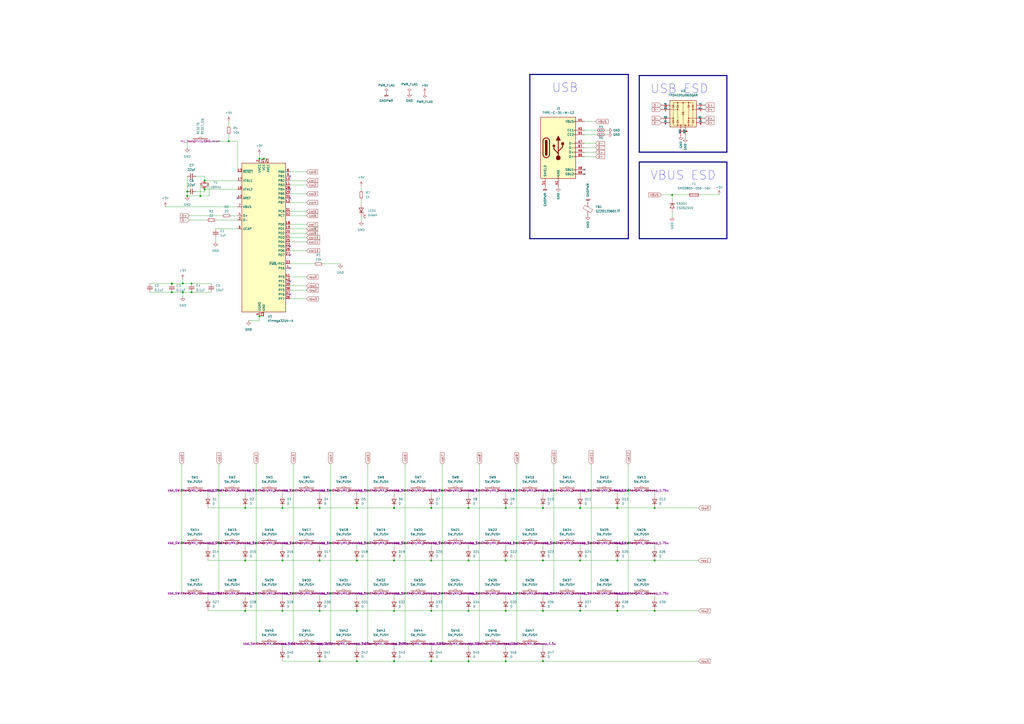
<source format=kicad_sch>
(kicad_sch (version 20231120) (generator "eeschema") (generator_version "8.0")
  (paper "A2")
  (title_block (title "Sherie") (date "2024-06-18") (rev "1.0") (company "https://www.fruity-floral.com/"))
  (junction (at 132.715 81.915))
  (junction (at 148.59 314.96))
  (junction (at 314.96 354.33))
  (junction (at 271.78 325.12))
  (junction (at 299.72 344.17))
  (junction (at 116.205 113.665))
  (junction (at 389.89 113.03))
  (junction (at 234.95 344.17))
  (junction (at 278.13 284.48))
  (junction (at 185.42 325.12))
  (junction (at 207.01 383.54))
  (junction (at 314.96 294.64))
  (junction (at 106.045 164.465))
  (junction (at 191.77 314.96))
  (junction (at 250.19 325.12))
  (junction (at 142.24 294.64))
  (junction (at 228.6 383.54))
  (junction (at 293.37 383.54))
  (junction (at 127 284.48))
  (junction (at 228.6 325.12))
  (junction (at 108.585 111.125))
  (junction (at 321.31 284.48))
  (junction (at 213.36 344.17))
  (junction (at 379.73 354.33))
  (junction (at 342.9 284.48))
  (junction (at 108.585 113.665))
  (junction (at 379.73 325.12))
  (junction (at 185.42 294.64))
  (junction (at 106.045 169.545))
  (junction (at 207.01 325.12))
  (junction (at 111.125 164.465))
  (junction (at 228.6 354.33))
  (junction (at 271.78 383.54))
  (junction (at 250.19 383.54))
  (junction (at 185.42 383.54))
  (junction (at 228.6 294.64))
  (junction (at 358.14 294.64))
  (junction (at 271.78 294.64))
  (junction (at 118.745 104.775))
  (junction (at 336.55 354.33))
  (junction (at 293.37 354.33))
  (junction (at 358.14 354.33))
  (junction (at 299.72 314.96))
  (junction (at 148.59 344.17))
  (junction (at 293.37 294.64))
  (junction (at 150.495 92.075))
  (junction (at 148.59 284.48))
  (junction (at 250.19 294.64))
  (junction (at 342.9 314.96))
  (junction (at 142.24 325.12))
  (junction (at 250.19 354.33))
  (junction (at 111.125 169.545))
  (junction (at 142.24 354.33))
  (junction (at 170.18 284.48))
  (junction (at 163.83 294.64))
  (junction (at 163.83 325.12))
  (junction (at 293.37 325.12))
  (junction (at 150.495 183.515))
  (junction (at 364.49 314.96))
  (junction (at 256.54 314.96))
  (junction (at 185.42 354.33))
  (junction (at 213.36 314.96))
  (junction (at 170.18 314.96))
  (junction (at 153.035 92.075))
  (junction (at 271.78 354.33))
  (junction (at 234.95 314.96))
  (junction (at 207.01 354.33))
  (junction (at 314.96 383.54))
  (junction (at 163.83 354.33))
  (junction (at 321.31 314.96))
  (junction (at 118.745 109.855))
  (junction (at 191.77 284.48))
  (junction (at 364.49 284.48))
  (junction (at 278.13 314.96))
  (junction (at 99.695 164.465))
  (junction (at 105.41 284.48))
  (junction (at 314.96 325.12))
  (junction (at 213.36 284.48))
  (junction (at 191.77 344.17))
  (junction (at 256.54 344.17))
  (junction (at 207.01 294.64))
  (junction (at 379.73 294.64))
  (junction (at 170.18 344.17))
  (junction (at 234.95 284.48))
  (junction (at 99.695 169.545))
  (junction (at 127 314.96))
  (junction (at 105.41 314.96))
  (junction (at 299.72 284.48))
  (junction (at 278.13 344.17))
  (junction (at 336.55 325.12))
  (junction (at 336.55 294.64))
  (junction (at 256.54 284.48))
  (junction (at 358.14 325.12))
  (no_connect (at 168.275 147.955))
  (no_connect (at 168.275 170.815))
  (no_connect (at 168.275 142.875))
  (no_connect (at 339.09 100.965))
  (no_connect (at 168.275 102.235))
  (no_connect (at 168.275 109.855))
  (no_connect (at 168.275 163.195))
  (no_connect (at 168.275 114.935))
  (no_connect (at 168.275 155.575))
  (no_connect (at 137.795 114.935))
  (no_connect (at 339.09 98.425))
  (wire (pts (xy 278.13 284.48) (xy 278.13 314.96)))
  (wire (pts (xy 336.55 346.71) (xy 336.55 344.17)))
  (wire (pts (xy 389.89 113.03) (xy 398.78 113.03)))
  (wire (pts (xy 125.095 132.715) (xy 137.795 132.715)))
  (wire (pts (xy 207.01 375.92) (xy 207.01 373.38)))
  (wire (pts (xy 250.19 354.33) (xy 271.78 354.33)))
  (wire (pts (xy 379.73 354.33) (xy 405.13 354.33)))
  (wire (pts (xy 278.13 269.24) (xy 278.13 284.48)))
  (wire (pts (xy 168.275 145.415) (xy 177.8 145.415)))
  (wire (pts (xy 168.275 117.475) (xy 177.8 117.475)))
  (wire (pts (xy 106.045 169.545) (xy 106.045 172.085)))
  (wire (pts (xy 250.19 325.12) (xy 271.78 325.12)))
  (wire (pts (xy 191.77 284.48) (xy 191.77 314.96)))
  (wire (pts (xy 142.24 325.12) (xy 163.83 325.12)))
  (wire (pts (xy 379.73 294.64) (xy 405.13 294.64)))
  (wire (pts (xy 163.83 375.92) (xy 163.83 373.38)))
  (wire (pts (xy 109.855 127.635) (xy 120.015 127.635)))
  (wire (pts (xy 150.495 89.535) (xy 150.495 92.075)))
  (wire (pts (xy 185.42 346.71) (xy 185.42 344.17)))
  (wire (pts (xy 250.19 294.64) (xy 271.78 294.64)))
  (wire (pts (xy 86.995 169.545) (xy 99.695 169.545)))
  (wire (pts (xy 108.585 102.235) (xy 108.585 111.125)))
  (wire (pts (xy 168.275 132.715) (xy 177.8 132.715)))
  (wire (pts (xy 228.6 317.5) (xy 228.6 314.96)))
  (wire (pts (xy 256.54 314.96) (xy 256.54 344.17)))
  (wire (pts (xy 111.125 169.545) (xy 122.555 169.545)))
  (wire (pts (xy 336.55 325.12) (xy 358.14 325.12)))
  (bus (pts (xy 307.34 43.18) (xy 364.49 43.18)) (stroke (width 0.635)))
  (wire (pts (xy 271.78 287.02) (xy 271.78 284.48)))
  (wire (pts (xy 364.49 269.24) (xy 364.49 284.48)))
  (wire (pts (xy 125.095 127.635) (xy 137.795 127.635)))
  (wire (pts (xy 118.745 111.125) (xy 118.745 109.855)))
  (wire (pts (xy 293.37 354.33) (xy 314.96 354.33)))
  (wire (pts (xy 228.6 346.71) (xy 228.6 344.17)))
  (wire (pts (xy 314.96 354.33) (xy 336.55 354.33)))
  (wire (pts (xy 271.78 294.64) (xy 293.37 294.64)))
  (bus (pts (xy 307.34 43.18) (xy 307.34 138.43)) (stroke (width 0.635)))
  (wire (pts (xy 209.55 115.57) (xy 209.55 118.11)))
  (wire (pts (xy 163.83 354.33) (xy 185.42 354.33)))
  (wire (pts (xy 339.09 75.565) (xy 346.075 75.565)))
  (wire (pts (xy 250.19 287.02) (xy 250.19 284.48)))
  (wire (pts (xy 358.14 294.64) (xy 379.73 294.64)))
  (wire (pts (xy 293.37 346.71) (xy 293.37 344.17)))
  (wire (pts (xy 293.37 317.5) (xy 293.37 314.96)))
  (wire (pts (xy 106.045 164.465) (xy 111.125 164.465)))
  (wire (pts (xy 168.275 125.095) (xy 177.8 125.095)))
  (wire (pts (xy 379.73 317.5) (xy 379.73 314.96)))
  (wire (pts (xy 163.83 294.64) (xy 185.42 294.64)))
  (wire (pts (xy 121.285 107.315) (xy 121.285 113.665)))
  (wire (pts (xy 163.83 325.12) (xy 185.42 325.12)))
  (wire (pts (xy 234.95 314.96) (xy 234.95 344.17)))
  (wire (pts (xy 125.095 137.795) (xy 125.095 140.335)))
  (wire (pts (xy 207.01 294.64) (xy 228.6 294.64)))
  (wire (pts (xy 127 269.24) (xy 127 284.48)))
  (wire (pts (xy 168.275 135.255) (xy 177.8 135.255)))
  (wire (pts (xy 339.09 70.485) (xy 345.44 70.485)))
  (wire (pts (xy 108.585 81.915) (xy 108.585 85.725)))
  (wire (pts (xy 168.275 153.035) (xy 182.245 153.035)))
  (wire (pts (xy 364.49 284.48) (xy 364.49 314.96)))
  (wire (pts (xy 116.205 113.665) (xy 108.585 113.665)))
  (wire (pts (xy 168.275 165.735) (xy 177.8 165.735)))
  (wire (pts (xy 314.96 346.71) (xy 314.96 344.17)))
  (wire (pts (xy 351.155 78.105) (xy 352.425 78.105)))
  (wire (pts (xy 185.42 325.12) (xy 207.01 325.12)))
  (wire (pts (xy 177.8 173.355) (xy 168.275 173.355)))
  (wire (pts (xy 314.96 294.64) (xy 336.55 294.64)))
  (wire (pts (xy 228.6 375.92) (xy 228.6 373.38)))
  (wire (pts (xy 397.51 78.74) (xy 397.51 80.01)))
  (wire (pts (xy 213.36 314.96) (xy 213.36 344.17)))
  (wire (pts (xy 113.665 102.235) (xy 118.745 102.235)))
  (wire (pts (xy 336.55 294.64) (xy 358.14 294.64)))
  (wire (pts (xy 358.14 325.12) (xy 379.73 325.12)))
  (wire (pts (xy 314.96 383.54) (xy 405.13 383.54)))
  (bus (pts (xy 364.49 43.18) (xy 364.49 138.43)) (stroke (width 0.635)))
  (wire (pts (xy 132.715 70.485) (xy 132.715 73.025)))
  (wire (pts (xy 339.09 88.265) (xy 345.44 88.265)))
  (wire (pts (xy 116.205 107.315) (xy 116.205 113.665)))
  (wire (pts (xy 271.78 317.5) (xy 271.78 314.96)))
  (wire (pts (xy 99.695 164.465) (xy 106.045 164.465)))
  (wire (pts (xy 153.035 92.075) (xy 155.575 92.075)))
  (wire (pts (xy 187.325 153.035) (xy 197.485 153.035)))
  (wire (pts (xy 271.78 325.12) (xy 293.37 325.12)))
  (wire (pts (xy 213.36 269.24) (xy 213.36 284.48)))
  (wire (pts (xy 150.495 183.515) (xy 153.035 183.515)))
  (wire (pts (xy 132.715 78.105) (xy 132.715 81.915)))
  (wire (pts (xy 278.13 344.17) (xy 278.13 373.38)))
  (wire (pts (xy 142.24 294.64) (xy 163.83 294.64)))
  (wire (pts (xy 118.745 102.235) (xy 118.745 104.775)))
  (wire (pts (xy 339.09 78.105) (xy 346.075 78.105)))
  (wire (pts (xy 207.01 287.02) (xy 207.01 284.48)))
  (wire (pts (xy 379.73 287.02) (xy 379.73 284.48)))
  (wire (pts (xy 389.89 125.73) (xy 389.89 123.19)))
  (wire (pts (xy 314.96 325.12) (xy 336.55 325.12)))
  (bus (pts (xy 307.34 138.43) (xy 364.49 138.43)) (stroke (width 0.635)))
  (wire (pts (xy 170.18 269.24) (xy 170.18 284.48)))
  (wire (pts (xy 168.275 122.555) (xy 177.8 122.555)))
  (wire (pts (xy 111.125 164.465) (xy 122.555 164.465)))
  (wire (pts (xy 271.78 383.54) (xy 293.37 383.54)))
  (wire (pts (xy 191.77 314.96) (xy 191.77 344.17)))
  (wire (pts (xy 278.13 314.96) (xy 278.13 344.17)))
  (wire (pts (xy 339.09 83.185) (xy 345.44 83.185)))
  (wire (pts (xy 271.78 375.92) (xy 271.78 373.38)))
  (wire (pts (xy 106.045 161.925) (xy 106.045 164.465)))
  (wire (pts (xy 163.83 383.54) (xy 185.42 383.54)))
  (bus (pts (xy 421.64 88.265) (xy 370.84 88.265)) (stroke (width 0.635)))
  (wire (pts (xy 213.36 284.48) (xy 213.36 314.96)))
  (wire (pts (xy 250.19 375.92) (xy 250.19 373.38)))
  (wire (pts (xy 168.275 107.315) (xy 177.8 107.315)))
  (wire (pts (xy 132.715 81.915) (xy 137.795 81.915)))
  (wire (pts (xy 342.9 269.24) (xy 342.9 284.48)))
  (wire (pts (xy 142.24 317.5) (xy 142.24 314.96)))
  (wire (pts (xy 271.78 346.71) (xy 271.78 344.17)))
  (wire (pts (xy 142.24 346.71) (xy 142.24 344.17)))
  (wire (pts (xy 185.42 317.5) (xy 185.42 314.96)))
  (bus (pts (xy 370.84 43.815) (xy 421.64 43.815)) (stroke (width 0.635)))
  (wire (pts (xy 150.495 92.075) (xy 153.035 92.075)))
  (wire (pts (xy 207.01 354.33) (xy 228.6 354.33)))
  (wire (pts (xy 148.59 284.48) (xy 148.59 314.96)))
  (wire (pts (xy 137.795 81.915) (xy 137.795 99.695)))
  (wire (pts (xy 106.045 169.545) (xy 111.125 169.545)))
  (wire (pts (xy 379.73 346.71) (xy 379.73 344.17)))
  (wire (pts (xy 339.09 85.725) (xy 345.44 85.725)))
  (wire (pts (xy 105.41 314.96) (xy 105.41 344.17)))
  (wire (pts (xy 170.18 284.48) (xy 170.18 314.96)))
  (wire (pts (xy 379.73 325.12) (xy 405.13 325.12)))
  (wire (pts (xy 342.9 314.96) (xy 342.9 344.17)))
  (wire (pts (xy 168.275 130.175) (xy 177.8 130.175)))
  (wire (pts (xy 321.31 284.48) (xy 321.31 314.96)))
  (wire (pts (xy 406.4 113.03) (xy 417.195 113.03)))
  (wire (pts (xy 168.275 140.335) (xy 177.8 140.335)))
  (wire (pts (xy 118.745 104.775) (xy 137.795 104.775)))
  (wire (pts (xy 234.95 284.48) (xy 234.95 314.96)))
  (wire (pts (xy 293.37 383.54) (xy 314.96 383.54)))
  (wire (pts (xy 191.77 269.24) (xy 191.77 284.48)))
  (wire (pts (xy 142.24 287.02) (xy 142.24 284.48)))
  (wire (pts (xy 228.6 287.02) (xy 228.6 284.48)))
  (wire (pts (xy 207.01 317.5) (xy 207.01 314.96)))
  (bus (pts (xy 421.64 43.815) (xy 421.64 88.265)) (stroke (width 0.635)))
  (wire (pts (xy 271.78 354.33) (xy 293.37 354.33)))
  (wire (pts (xy 168.275 99.695) (xy 177.8 99.695)))
  (wire (pts (xy 339.09 90.805) (xy 345.44 90.805)))
  (wire (pts (xy 207.01 325.12) (xy 228.6 325.12)))
  (wire (pts (xy 168.275 160.655) (xy 177.8 160.655)))
  (wire (pts (xy 120.65 354.33) (xy 142.24 354.33)))
  (wire (pts (xy 86.995 164.465) (xy 99.695 164.465)))
  (wire (pts (xy 351.155 75.565) (xy 352.425 75.565)))
  (wire (pts (xy 108.585 111.125) (xy 108.585 113.665)))
  (wire (pts (xy 383.54 113.03) (xy 389.89 113.03)))
  (wire (pts (xy 358.14 346.71) (xy 358.14 344.17)))
  (wire (pts (xy 234.95 269.24) (xy 234.95 284.48)))
  (wire (pts (xy 228.6 325.12) (xy 250.19 325.12)))
  (wire (pts (xy 185.42 383.54) (xy 207.01 383.54)))
  (wire (pts (xy 207.01 383.54) (xy 228.6 383.54)))
  (wire (pts (xy 293.37 375.92) (xy 293.37 373.38)))
  (wire (pts (xy 120.65 287.02) (xy 120.65 284.48)))
  (wire (pts (xy 228.6 294.64) (xy 250.19 294.64)))
  (wire (pts (xy 133.985 125.095) (xy 137.795 125.095)))
  (wire (pts (xy 209.55 125.73) (xy 209.55 128.27)))
  (wire (pts (xy 228.6 383.54) (xy 250.19 383.54)))
  (wire (pts (xy 293.37 325.12) (xy 314.96 325.12)))
  (bus (pts (xy 421.64 93.98) (xy 421.64 138.43)) (stroke (width 0.635)))
  (wire (pts (xy 168.275 112.395) (xy 177.8 112.395)))
  (wire (pts (xy 170.18 344.17) (xy 170.18 373.38)))
  (wire (pts (xy 113.665 111.125) (xy 118.745 111.125)))
  (wire (pts (xy 127 284.48) (xy 127 314.96)))
  (wire (pts (xy 105.41 284.48) (xy 105.41 314.96)))
  (wire (pts (xy 150.495 186.055) (xy 150.495 183.515)))
  (wire (pts (xy 191.77 344.17) (xy 191.77 373.38)))
  (wire (pts (xy 95.885 120.015) (xy 137.795 120.015)))
  (wire (pts (xy 185.42 294.64) (xy 207.01 294.64)))
  (wire (pts (xy 118.745 109.855) (xy 137.795 109.855)))
  (wire (pts (xy 170.18 314.96) (xy 170.18 344.17)))
  (wire (pts (xy 123.825 81.915) (xy 132.715 81.915)))
  (wire (pts (xy 336.55 354.33) (xy 358.14 354.33)))
  (wire (pts (xy 234.95 344.17) (xy 234.95 373.38)))
  (wire (pts (xy 358.14 317.5) (xy 358.14 314.96)))
  (wire (pts (xy 299.72 314.96) (xy 299.72 344.17)))
  (wire (pts (xy 120.65 325.12) (xy 142.24 325.12)))
  (wire (pts (xy 336.55 317.5) (xy 336.55 314.96)))
  (wire (pts (xy 314.96 317.5) (xy 314.96 314.96)))
  (wire (pts (xy 168.275 137.795) (xy 177.8 137.795)))
  (wire (pts (xy 358.14 287.02) (xy 358.14 284.48)))
  (wire (pts (xy 163.83 346.71) (xy 163.83 344.17)))
  (wire (pts (xy 389.89 115.57) (xy 389.89 113.03)))
  (wire (pts (xy 185.42 354.33) (xy 207.01 354.33)))
  (wire (pts (xy 109.855 125.095) (xy 128.905 125.095)))
  (wire (pts (xy 121.285 113.665) (xy 116.205 113.665)))
  (wire (pts (xy 148.59 314.96) (xy 148.59 344.17)))
  (wire (pts (xy 185.42 287.02) (xy 185.42 284.48)))
  (wire (pts (xy 185.42 375.92) (xy 185.42 373.38)))
  (wire (pts (xy 207.01 346.71) (xy 207.01 344.17)))
  (wire (pts (xy 148.59 269.24) (xy 148.59 284.48)))
  (wire (pts (xy 314.96 287.02) (xy 314.96 284.48)))
  (wire (pts (xy 256.54 269.24) (xy 256.54 284.48)))
  (wire (pts (xy 120.65 317.5) (xy 120.65 314.96)))
  (wire (pts (xy 144.145 186.055) (xy 150.495 186.055)))
  (wire (pts (xy 321.31 269.24) (xy 321.31 284.48)))
  (wire (pts (xy 358.14 354.33) (xy 379.73 354.33)))
  (wire (pts (xy 120.65 346.71) (xy 120.65 344.17)))
  (bus (pts (xy 421.64 138.43) (xy 370.84 138.43)) (stroke (width 0.635)))
  (wire (pts (xy 213.36 344.17) (xy 213.36 373.38)))
  (wire (pts (xy 293.37 287.02) (xy 293.37 284.48)))
  (wire (pts (xy 314.96 375.92) (xy 314.96 373.38)))
  (wire (pts (xy 168.275 104.775) (xy 177.8 104.775)))
  (wire (pts (xy 163.83 317.5) (xy 163.83 314.96)))
  (wire (pts (xy 299.72 284.48) (xy 299.72 314.96)))
  (wire (pts (xy 250.19 383.54) (xy 271.78 383.54)))
  (wire (pts (xy 105.41 269.24) (xy 105.41 284.48)))
  (wire (pts (xy 163.83 287.02) (xy 163.83 284.48)))
  (bus (pts (xy 370.84 93.98) (xy 421.64 93.98)) (stroke (width 0.635)))
  (wire (pts (xy 299.72 344.17) (xy 299.72 373.38)))
  (wire (pts (xy 293.37 294.64) (xy 314.96 294.64)))
  (wire (pts (xy 127 314.96) (xy 127 344.17)))
  (wire (pts (xy 250.19 317.5) (xy 250.19 314.96)))
  (wire (pts (xy 256.54 284.48) (xy 256.54 314.96)))
  (wire (pts (xy 250.19 346.71) (xy 250.19 344.17)))
  (wire (pts (xy 364.49 314.96) (xy 364.49 344.17)))
  (bus (pts (xy 370.84 43.815) (xy 370.84 88.265)) (stroke (width 0.635)))
  (wire (pts (xy 321.31 314.96) (xy 321.31 344.17)))
  (wire (pts (xy 256.54 344.17) (xy 256.54 373.38)))
  (wire (pts (xy 120.65 294.64) (xy 142.24 294.64)))
  (wire (pts (xy 342.9 284.48) (xy 342.9 314.96)))
  (wire (pts (xy 99.695 169.545) (xy 106.045 169.545)))
  (wire (pts (xy 168.275 168.275) (xy 177.8 168.275)))
  (wire (pts (xy 336.55 287.02) (xy 336.55 284.48)))
  (wire (pts (xy 228.6 354.33) (xy 250.19 354.33)))
  (wire (pts (xy 299.72 269.24) (xy 299.72 284.48)))
  (wire (pts (xy 209.55 107.95) (xy 209.55 110.49)))
  (wire (pts (xy 142.24 354.33) (xy 163.83 354.33)))
  (wire (pts (xy 148.59 344.17) (xy 148.59 373.38)))
  (bus (pts (xy 370.84 93.98) (xy 370.84 138.43)) (stroke (width 0.635)))
  (text "USB" (at 320.04 53.975 0) (effects (font (size 5.08 5.08)) (justify left bottom)))
  (text "USB ESD" (at 377.19 54.61 0) (effects (font (size 5.08 5.08)) (justify left bottom)))
  (text "VBUS ESD" (at 377.19 104.775 0) (effects (font (size 5.08 5.08)) (justify left bottom)))
  (global_label "col4" (shape input) (at 191.77 269.24 90) (property "Intersheetrefs" "${INTERSHEET_REFS}" (effects (hide yes))))
  (global_label "row0" (shape input) (at 177.8 160.655 0) (property "Intersheetrefs" "${INTERSHEET_REFS}" (effects (hide yes))))
  (global_label "col3" (shape input) (at 170.18 269.24 90) (property "Intersheetrefs" "${INTERSHEET_REFS}" (effects (hide yes))))
  (global_label "col7" (shape input) (at 177.8 130.175 0) (property "Intersheetrefs" "${INTERSHEET_REFS}" (effects (hide yes))))
  (global_label "D+" (shape input) (at 345.44 90.805 0) (property "Intersheetrefs" "${INTERSHEET_REFS}" (effects (hide yes))))
  (global_label "col8" (shape input) (at 278.13 269.24 90) (property "Intersheetrefs" "${INTERSHEET_REFS}" (effects (hide yes))))
  (global_label "D+" (shape input) (at 408.94 63.5 0) (property "Intersheetrefs" "${INTERSHEET_REFS}" (effects (hide yes))))
  (global_label "row0" (shape input) (at 405.13 294.64 0) (property "Intersheetrefs" "${INTERSHEET_REFS}" (effects (hide yes))))
  (global_label "D-" (shape input) (at 345.44 85.725 0) (property "Intersheetrefs" "${INTERSHEET_REFS}" (effects (hide yes))))
  (global_label "D+" (shape input) (at 408.94 68.58 0) (property "Intersheetrefs" "${INTERSHEET_REFS}" (effects (hide yes))))
  (global_label "col10" (shape input) (at 177.8 137.795 0) (property "Intersheetrefs" "${INTERSHEET_REFS}" (effects (hide yes))))
  (global_label "col12" (shape input) (at 177.8 145.415 0) (property "Intersheetrefs" "${INTERSHEET_REFS}" (effects (hide yes))))
  (global_label "col11" (shape input) (at 177.8 140.335 0) (property "Intersheetrefs" "${INTERSHEET_REFS}" (effects (hide yes))))
  (global_label "row3" (shape input) (at 177.8 173.355 0) (property "Intersheetrefs" "${INTERSHEET_REFS}" (effects (hide yes))))
  (global_label "col8" (shape input) (at 177.8 132.715 0) (property "Intersheetrefs" "${INTERSHEET_REFS}" (effects (hide yes))))
  (global_label "col6" (shape input) (at 234.95 269.24 90) (property "Intersheetrefs" "${INTERSHEET_REFS}" (effects (hide yes))))
  (global_label "col9" (shape input) (at 299.72 269.24 90) (property "Intersheetrefs" "${INTERSHEET_REFS}" (effects (hide yes))))
  (global_label "D-" (shape input) (at 383.54 68.58 180) (property "Intersheetrefs" "${INTERSHEET_REFS}" (effects (hide yes))))
  (global_label "VBUS" (shape input) (at 345.44 70.485 0) (property "Intersheetrefs" "${INTERSHEET_REFS}" (effects (hide yes))))
  (global_label "col1" (shape input) (at 177.8 104.775 0) (property "Intersheetrefs" "${INTERSHEET_REFS}" (effects (hide yes))))
  (global_label "row2" (shape input) (at 405.13 354.33 0) (property "Intersheetrefs" "${INTERSHEET_REFS}" (effects (hide yes))))
  (global_label "row2" (shape input) (at 177.8 168.275 0) (property "Intersheetrefs" "${INTERSHEET_REFS}" (effects (hide yes))))
  (global_label "col12" (shape input) (at 364.49 269.24 90) (property "Intersheetrefs" "${INTERSHEET_REFS}" (effects (hide yes))))
  (global_label "col7" (shape input) (at 256.54 269.24 90) (property "Intersheetrefs" "${INTERSHEET_REFS}" (effects (hide yes))))
  (global_label "col6" (shape input) (at 177.8 125.095 0) (property "Intersheetrefs" "${INTERSHEET_REFS}" (effects (hide yes))))
  (global_label "D+" (shape input) (at 109.855 125.095 180) (property "Intersheetrefs" "${INTERSHEET_REFS}" (effects (hide yes))))
  (global_label "D+" (shape input) (at 408.94 60.96 0) (property "Intersheetrefs" "${INTERSHEET_REFS}" (effects (hide yes))))
  (global_label "D-" (shape input) (at 383.54 71.12 180) (property "Intersheetrefs" "${INTERSHEET_REFS}" (effects (hide yes))))
  (global_label "col5" (shape input) (at 213.36 269.24 90) (property "Intersheetrefs" "${INTERSHEET_REFS}" (effects (hide yes))))
  (global_label "col2" (shape input) (at 148.59 269.24 90) (property "Intersheetrefs" "${INTERSHEET_REFS}" (effects (hide yes))))
  (global_label "D-" (shape input) (at 383.54 60.96 180) (property "Intersheetrefs" "${INTERSHEET_REFS}" (effects (hide yes))))
  (global_label "col10" (shape input) (at 321.31 269.24 90) (property "Intersheetrefs" "${INTERSHEET_REFS}" (effects (hide yes))))
  (global_label "col9" (shape input) (at 177.8 135.255 0) (property "Intersheetrefs" "${INTERSHEET_REFS}" (effects (hide yes))))
  (global_label "col5" (shape input) (at 177.8 122.555 0) (property "Intersheetrefs" "${INTERSHEET_REFS}" (effects (hide yes))))
  (global_label "D-" (shape input) (at 345.44 83.185 0) (property "Intersheetrefs" "${INTERSHEET_REFS}" (effects (hide yes))))
  (global_label "row3" (shape input) (at 405.13 383.54 0) (property "Intersheetrefs" "${INTERSHEET_REFS}" (effects (hide yes))))
  (global_label "col2" (shape input) (at 177.8 107.315 0) (property "Intersheetrefs" "${INTERSHEET_REFS}" (effects (hide yes))))
  (global_label "D-" (shape input) (at 383.54 63.5 180) (property "Intersheetrefs" "${INTERSHEET_REFS}" (effects (hide yes))))
  (global_label "col11" (shape input) (at 342.9 269.24 90) (property "Intersheetrefs" "${INTERSHEET_REFS}" (effects (hide yes))))
  (global_label "col4" (shape input) (at 177.8 117.475 0) (property "Intersheetrefs" "${INTERSHEET_REFS}" (effects (hide yes))))
  (global_label "D-" (shape input) (at 109.855 127.635 180) (property "Intersheetrefs" "${INTERSHEET_REFS}" (effects (hide yes))))
  (global_label "row1" (shape input) (at 405.13 325.12 0) (property "Intersheetrefs" "${INTERSHEET_REFS}" (effects (hide yes))))
  (global_label "col3" (shape input) (at 177.8 112.395 0) (property "Intersheetrefs" "${INTERSHEET_REFS}" (effects (hide yes))))
  (global_label "col0" (shape input) (at 105.41 269.24 90) (property "Intersheetrefs" "${INTERSHEET_REFS}" (effects (hide yes))))
  (global_label "col0" (shape input) (at 177.8 99.695 0) (property "Intersheetrefs" "${INTERSHEET_REFS}" (effects (hide yes))))
  (global_label "col1" (shape input) (at 127 269.24 90) (property "Intersheetrefs" "${INTERSHEET_REFS}" (effects (hide yes))))
  (global_label "D+" (shape input) (at 345.44 88.265 0) (property "Intersheetrefs" "${INTERSHEET_REFS}" (effects (hide yes))))
  (global_label "row1" (shape input) (at 177.8 165.735 0) (property "Intersheetrefs" "${INTERSHEET_REFS}" (effects (hide yes))))
  (global_label "VBUS" (shape input) (at 383.54 113.03 180) (property "Intersheetrefs" "${INTERSHEET_REFS}" (effects (hide yes))))
  (global_label "D+" (shape input) (at 408.94 71.12 0) (property "Intersheetrefs" "${INTERSHEET_REFS}" (effects (hide yes))))
  (symbol (lib_id "kbd:SW_PUSH") (at 116.205 81.915 0) (unit 1)
    (property "Reference" "RESET0" (at 114.9349 78.105 90) (effects (justify left)))
    (property "Value" "RESET_SW" (at 117.4749 78.105 90) (effects (justify left)))
    (property "Footprint" "my_footprints:SMD_reset" (at 116.205 81.915 0))
  )
  (symbol (lib_id "kbd:SW_PUSH") (at 264.16 344.17 0) (unit 1)
    (property "Reference" "SW34" (at 264.16 336.55 0))
    (property "Value" "SW_PUSH" (at 264.16 339.09 0))
    (property "Footprint" "kbd_SW:CherryMX_Hotswap_1u" (at 264.16 344.17 0))
  )
  (symbol (lib_id "Device:D") (at 163.83 350.52 90) (unit 1)
    (property "Reference" "D29" (at 166.37 349.2499 90) (effects (justify right)))
    (property "Value" "D" (at 166.37 351.7899 90) (effects (justify right)))
    (property "Footprint" "kbd_Parts:Diode_TH_SMD_without_holes" (effects (hide yes)))
    (property "Description" "Diode" (effects (hide yes)))
    (property "Sim.Device" "D" (effects (hide yes)))
    (property "Sim.Pins" "1=K 2=A" (effects (hide yes)))
  )
  (symbol (lib_id "Device:D") (at 207.01 290.83 90) (unit 1)
    (property "Reference" "D5" (at 209.55 289.5599 90) (effects (justify right)))
    (property "Value" "D" (at 209.55 292.0999 90) (effects (justify right)))
    (property "Footprint" "kbd_Parts:Diode_TH_SMD_without_holes" (effects (hide yes)))
    (property "Description" "Diode" (effects (hide yes)))
    (property "Sim.Device" "D" (effects (hide yes)))
    (property "Sim.Pins" "1=K 2=A" (effects (hide yes)))
  )
  (symbol (lib_id "kbd:SW_PUSH") (at 156.21 373.38 0) (unit 1)
    (property "Reference" "SW40" (at 156.21 365.76 0))
    (property "Value" "SW_PUSH" (at 156.21 368.3 0))
    (property "Footprint" "kbd_SW:CherryMX_Hotswap_1.5u" (at 156.21 373.38 0))
  )
  (symbol (lib_id "Device:R_Small") (at 209.55 113.03 0) (unit 1)
    (property "Reference" "R7" (at 212.09 111.7599 0) (effects (justify left)))
    (property "Value" "1k" (at 212.09 114.2999 0) (effects (justify left)))
    (property "Footprint" "Resistor_SMD:R_0805_2012Metric" (effects (hide yes)))
    (property "Description" "Resistor, small symbol" (effects (hide yes)))
  )
  (symbol (lib_id "kbd:SW_PUSH") (at 177.8 314.96 0) (unit 1)
    (property "Reference" "SW17" (at 177.8 307.34 0))
    (property "Value" "SW_PUSH" (at 177.8 309.88 0))
    (property "Footprint" "kbd_SW:CherryMX_Hotswap_1u" (at 177.8 314.96 0))
  )
  (symbol (lib_id "Device:D") (at 336.55 290.83 90) (unit 1)
    (property "Reference" "D11" (at 339.09 289.5599 90) (effects (justify right)))
    (property "Value" "D" (at 339.09 292.0999 90) (effects (justify right)))
    (property "Footprint" "kbd_Parts:Diode_TH_SMD_without_holes" (effects (hide yes)))
    (property "Description" "Diode" (effects (hide yes)))
    (property "Sim.Device" "D" (effects (hide yes)))
    (property "Sim.Pins" "1=K 2=A" (effects (hide yes)))
  )
  (symbol (lib_id "power:+5V") (at 246.38 53.975 0) (unit 1)
    (property "Reference" "#PWR021" (effects (hide yes)))
    (property "Value" "+5V" (at 246.38 49.53 0))
    (property "Description" "Power symbol creates a global label with name \"+5V\"" (effects (hide yes)))
  )
  (symbol (lib_id "Device:D") (at 271.78 379.73 90) (unit 1)
    (property "Reference" "D45" (at 274.32 378.4599 90) (effects (justify right)))
    (property "Value" "D" (at 274.32 380.9999 90) (effects (justify right)))
    (property "Footprint" "kbd_Parts:Diode_TH_SMD_without_holes" (effects (hide yes)))
    (property "Description" "Diode" (effects (hide yes)))
    (property "Sim.Device" "D" (effects (hide yes)))
    (property "Sim.Pins" "1=K 2=A" (effects (hide yes)))
  )
  (symbol (lib_id "Device:Crystal_GND24_Small") (at 118.745 107.315 270) (unit 1)
    (property "Reference" "Y1" (at 125.095 106.045 90))
    (property "Value" "16MHz" (at 125.095 108.585 90))
    (property "Footprint" "Crystal:Crystal_SMD_3225-4Pin_3.2x2.5mm" (effects (hide yes)))
    (property "Description" "Four pin crystal, GND on pins 2 and 4, small symbol" (effects (hide yes)))
  )
  (symbol (lib_id "Device:C_Small") (at 122.555 167.005 0) (unit 1)
    (property "Reference" "C5" (at 125.095 165.7412 0) (effects (justify left)))
    (property "Value" "10uF" (at 125.095 168.2812 0) (effects (justify left)))
    (property "Footprint" "Capacitor_SMD:C_0805_2012Metric" (effects (hide yes)))
    (property "Description" "Unpolarized capacitor, small symbol" (effects (hide yes)))
  )
  (symbol (lib_id "Device:D") (at 207.01 350.52 90) (unit 1)
    (property "Reference" "D31" (at 209.55 349.2499 90) (effects (justify right)))
    (property "Value" "D" (at 209.55 351.7899 90) (effects (justify right)))
    (property "Footprint" "kbd_Parts:Diode_TH_SMD_without_holes" (effects (hide yes)))
    (property "Description" "Diode" (effects (hide yes)))
    (property "Sim.Device" "D" (effects (hide yes)))
    (property "Sim.Pins" "1=K 2=A" (effects (hide yes)))
  )
  (symbol (lib_id "Connector:USB_C_Receptacle_USB2.0") (at 323.85 85.725 0) (unit 1)
    (property "Reference" "J1" (at 323.85 62.865 0))
    (property "Value" "TYPE-C-31-M-12" (at 323.85 65.405 0))
    (property "Footprint" "locallib:HRO-TYPE-C-31-M-12-Assembly" (effects (hide yes)))
    (property "Datasheet" "https://www.usb.org/sites/default/files/documents/usb_type-c.zip" (effects (hide yes)))
    (property "Manufacturer" "Koren Hroparts" (effects (hide yes)))
    (property "Manufacturer Part Number" "TYPE-C-31-M-12" (effects (hide yes)))
    (property "LCSC Part Number" "C165948" (effects (hide yes)))
  )
  (symbol (lib_id "Device:D") (at 271.78 350.52 90) (unit 1)
    (property "Reference" "D34" (at 274.32 349.2499 90) (effects (justify right)))
    (property "Value" "D" (at 274.32 351.7899 90) (effects (justify right)))
    (property "Footprint" "kbd_Parts:Diode_TH_SMD_without_holes" (effects (hide yes)))
    (property "Description" "Diode" (effects (hide yes)))
    (property "Sim.Device" "D" (effects (hide yes)))
    (property "Sim.Pins" "1=K 2=A" (effects (hide yes)))
  )
  (symbol (lib_id "kbd:SW_PUSH") (at 264.16 373.38 0) (unit 1)
    (property "Reference" "SW45" (at 264.16 365.76 0))
    (property "Value" "SW_PUSH" (at 264.16 368.3 0))
    (property "Footprint" "kbd_SW:CherryMX_Hotswap_1.5u" (at 264.16 373.38 0))
  )
  (symbol (lib_id "acheron_Symbols:TPD4E05U06DQAR") (at 396.24 66.04 0) (unit 1)
    (property "Reference" "U2" (at 396.24 52.705 0))
    (property "Value" "TPD4E05U06DQAR" (at 396.24 55.245 0))
    (property "Footprint" "acheron_Components:USON-10_2.5x1.0mm_P0.5mm" (effects (hide yes)))
    (property "Manufacturer" "MSKSEMI" (effects (hide yes)))
    (property "Package" "uSON-10" (effects (hide yes)))
    (property "Manufacturer Part Number" "TPD4E05U06DQAR" (effects (hide yes)))
    (property "LCSC Part Number" "C2836386" (effects (hide yes)))
  )
  (symbol (lib_id "Device:D") (at 293.37 379.73 90) (unit 1)
    (property "Reference" "D46" (at 295.91 378.4599 90) (effects (justify right)))
    (property "Value" "D" (at 295.91 380.9999 90) (effects (justify right)))
    (property "Footprint" "kbd_Parts:Diode_TH_SMD_without_holes" (effects (hide yes)))
    (property "Description" "Diode" (effects (hide yes)))
    (property "Sim.Device" "D" (effects (hide yes)))
    (property "Sim.Pins" "1=K 2=A" (effects (hide yes)))
  )
  (symbol (lib_id "kbd:SW_PUSH") (at 220.98 344.17 0) (unit 1)
    (property "Reference" "SW32" (at 220.98 336.55 0))
    (property "Value" "SW_PUSH" (at 220.98 339.09 0))
    (property "Footprint" "kbd_SW:CherryMX_Hotswap_1u" (at 220.98 344.17 0))
  )
  (symbol (lib_id "power:GNDPWR") (at 316.23 108.585 0) (unit 1)
    (property "Reference" "#PWR011" (effects (hide yes)))
    (property "Value" "GNDPWR" (at 316.23 111.76 90) (effects (justify right)))
  )
  (symbol (lib_id "Device:LED") (at 209.55 121.92 90) (unit 1)
    (property "Reference" "LED1" (at 213.36 122.2374 90) (effects (justify right)))
    (property "Value" "Green" (at 213.36 124.7774 90) (effects (justify right)))
    (property "Footprint" "my_footprints:LED0805-RD_GREEN" (effects (hide yes)))
    (property "Description" "Light emitting diode" (effects (hide yes)))
  )
  (symbol (lib_id "kbd:SW_PUSH") (at 199.39 314.96 0) (unit 1)
    (property "Reference" "SW18" (at 199.39 307.34 0))
    (property "Value" "SW_PUSH" (at 199.39 309.88 0))
    (property "Footprint" "kbd_SW:CherryMX_Hotswap_1u" (at 199.39 314.96 0))
  )
  (symbol (lib_id "power:PWR_FLAG") (at 224.155 53.975 0) (unit 1)
    (property "Reference" "#FLG03" (effects (hide yes)))
    (property "Value" "PWR_FLAG" (at 224.155 49.53 0))
    (property "Description" "Special symbol for telling ERC where power comes from" (effects (hide yes)))
  )
  (symbol (lib_id "Device:D") (at 163.83 379.73 90) (unit 1)
    (property "Reference" "D40" (at 166.37 378.4599 90) (effects (justify right)))
    (property "Value" "D" (at 166.37 380.9999 90) (effects (justify right)))
    (property "Footprint" "kbd_Parts:Diode_TH_SMD_without_holes" (effects (hide yes)))
    (property "Description" "Diode" (effects (hide yes)))
    (property "Sim.Device" "D" (effects (hide yes)))
    (property "Sim.Pins" "1=K 2=A" (effects (hide yes)))
  )
  (symbol (lib_id "power:GND") (at 108.585 85.725 0) (unit 1)
    (property "Reference" "#PWR09" (effects (hide yes)))
    (property "Value" "GND" (at 108.585 90.805 0))
    (property "Description" "Power symbol creates a global label with name \"GND\" , ground" (effects (hide yes)))
  )
  (symbol (lib_id "kbd:SW_PUSH") (at 242.57 284.48 0) (unit 1)
    (property "Reference" "SW7" (at 242.57 276.86 0))
    (property "Value" "SW_PUSH" (at 242.57 279.4 0))
    (property "Footprint" "kbd_SW:CherryMX_Hotswap_1u" (at 242.57 284.48 0))
  )
  (symbol (lib_id "power:PWR_FLAG") (at 246.38 53.975 180) (unit 1)
    (property "Reference" "#FLG02" (effects (hide yes)))
    (property "Value" "PWR_FLAG" (at 246.38 59.055 0))
    (property "Description" "Special symbol for telling ERC where power comes from" (effects (hide yes)))
  )
  (symbol (lib_id "power:GND") (at 125.095 140.335 0) (unit 1)
    (property "Reference" "#PWR04" (effects (hide yes)))
    (property "Value" "GND" (at 125.095 145.415 0))
    (property "Description" "Power symbol creates a global label with name \"GND\" , ground" (effects (hide yes)))
  )
  (symbol (lib_id "kbd:SW_PUSH") (at 199.39 344.17 0) (unit 1)
    (property "Reference" "SW31" (at 199.39 336.55 0))
    (property "Value" "SW_PUSH" (at 199.39 339.09 0))
    (property "Footprint" "kbd_SW:CherryMX_Hotswap_1u" (at 199.39 344.17 0))
  )
  (symbol (lib_id "kbd:SW_PUSH") (at 372.11 314.96 0) (unit 1)
    (property "Reference" "SW26" (at 372.11 307.34 0))
    (property "Value" "SW_PUSH" (at 372.11 309.88 0))
    (property "Footprint" "kbd_SW:CherryMX_Hotswap_1.75u" (at 372.11 314.96 0))
  )
  (symbol (lib_id "kbd:SW_PUSH") (at 242.57 344.17 0) (unit 1)
    (property "Reference" "SW33" (at 242.57 336.55 0))
    (property "Value" "SW_PUSH" (at 242.57 339.09 0))
    (property "Footprint" "kbd_SW:CherryMX_Hotswap_1u" (at 242.57 344.17 0))
  )
  (symbol (lib_id "kbd:SW_PUSH") (at 307.34 344.17 0) (unit 1)
    (property "Reference" "SW36" (at 307.34 336.55 0))
    (property "Value" "SW_PUSH" (at 307.34 339.09 0))
    (property "Footprint" "kbd_SW:CherryMX_Hotswap_1u" (at 307.34 344.17 0))
  )
  (symbol (lib_id "kbd:SW_PUSH") (at 199.39 373.38 0) (unit 1)
    (property "Reference" "SW42" (at 199.39 365.76 0))
    (property "Value" "SW_PUSH" (at 199.39 368.3 0))
    (property "Footprint" "kbd_SW:CherryMX_Hotswap_1.25u" (at 199.39 373.38 0))
  )
  (symbol (lib_id "power:GND") (at 108.585 113.665 0) (unit 1)
    (property "Reference" "#PWR08" (effects (hide yes)))
    (property "Value" "GND" (at 108.585 118.745 0))
    (property "Description" "Power symbol creates a global label with name \"GND\" , ground" (effects (hide yes)))
  )
  (symbol (lib_id "Device:D") (at 250.19 350.52 90) (unit 1)
    (property "Reference" "D33" (at 252.73 349.2499 90) (effects (justify right)))
    (property "Value" "D" (at 252.73 351.7899 90) (effects (justify right)))
    (property "Footprint" "kbd_Parts:Diode_TH_SMD_without_holes" (effects (hide yes)))
    (property "Description" "Diode" (effects (hide yes)))
    (property "Sim.Device" "D" (effects (hide yes)))
    (property "Sim.Pins" "1=K 2=A" (effects (hide yes)))
  )
  (symbol (lib_id "power:GND") (at 389.89 125.73 0) (unit 1)
    (property "Reference" "#PWR019" (effects (hide yes)))
    (property "Value" "GND" (at 389.89 128.905 90) (effects (justify right)))
  )
  (symbol (lib_id "kbd:SW_PUSH") (at 134.62 314.96 0) (unit 1)
    (property "Reference" "SW15" (at 134.62 307.34 0))
    (property "Value" "SW_PUSH" (at 134.62 309.88 0))
    (property "Footprint" "kbd_SW:CherryMX_Hotswap_1u" (at 134.62 314.96 0))
  )
  (symbol (lib_id "Device:D") (at 336.55 350.52 90) (unit 1)
    (property "Reference" "D37" (at 339.09 349.2499 90) (effects (justify right)))
    (property "Value" "D" (at 339.09 351.7899 90) (effects (justify right)))
    (property "Footprint" "kbd_Parts:Diode_TH_SMD_without_holes" (effects (hide yes)))
    (property "Description" "Diode" (effects (hide yes)))
    (property "Sim.Device" "D" (effects (hide yes)))
    (property "Sim.Pins" "1=K 2=A" (effects (hide yes)))
  )
  (symbol (lib_id "power:+5V") (at 106.045 161.925 0) (unit 1)
    (property "Reference" "#PWR05" (effects (hide yes)))
    (property "Value" "+5V" (at 106.045 156.845 0))
    (property "Description" "Power symbol creates a global label with name \"+5V\"" (effects (hide yes)))
  )
  (symbol (lib_id "Device:D") (at 228.6 379.73 90) (unit 1)
    (property "Reference" "D43" (at 231.14 378.4599 90) (effects (justify right)))
    (property "Value" "D" (at 231.14 380.9999 90) (effects (justify right)))
    (property "Footprint" "kbd_Parts:Diode_TH_SMD_without_holes" (effects (hide yes)))
    (property "Description" "Diode" (effects (hide yes)))
    (property "Sim.Device" "D" (effects (hide yes)))
    (property "Sim.Pins" "1=K 2=A" (effects (hide yes)))
  )
  (symbol (lib_id "Device:D") (at 142.24 321.31 90) (unit 1)
    (property "Reference" "D15" (at 144.78 320.0399 90) (effects (justify right)))
    (property "Value" "D" (at 144.78 322.5799 90) (effects (justify right)))
    (property "Footprint" "kbd_Parts:Diode_TH_SMD_without_holes" (effects (hide yes)))
    (property "Description" "Diode" (effects (hide yes)))
    (property "Sim.Device" "D" (effects (hide yes)))
    (property "Sim.Pins" "1=K 2=A" (effects (hide yes)))
  )
  (symbol (lib_id "Device:C_Small") (at 125.095 135.255 0) (unit 1)
    (property "Reference" "C1" (at 127.635 133.9912 0) (effects (justify left)))
    (property "Value" "1uF" (at 127.635 136.5312 0) (effects (justify left)))
    (property "Footprint" "Capacitor_SMD:C_0805_2012Metric" (effects (hide yes)))
    (property "Description" "Unpolarized capacitor, small symbol" (effects (hide yes)))
  )
  (symbol (lib_id "Device:D") (at 314.96 379.73 90) (unit 1)
    (property "Reference" "D47" (at 317.5 378.4599 90) (effects (justify right)))
    (property "Value" "D" (at 317.5 380.9999 90) (effects (justify right)))
    (property "Footprint" "kbd_Parts:Diode_TH_SMD_without_holes" (effects (hide yes)))
    (property "Description" "Diode" (effects (hide yes)))
    (property "Sim.Device" "D" (effects (hide yes)))
    (property "Sim.Pins" "1=K 2=A" (effects (hide yes)))
  )
  (symbol (lib_id "kbd:SW_PUSH") (at 350.52 284.48 0) (unit 1)
    (property "Reference" "SW12" (at 350.52 276.86 0))
    (property "Value" "SW_PUSH" (at 350.52 279.4 0))
    (property "Footprint" "kbd_SW:CherryMX_Hotswap_1u" (at 350.52 284.48 0))
  )
  (symbol (lib_id "Device:D") (at 314.96 350.52 90) (unit 1)
    (property "Reference" "D36" (at 317.5 349.2499 90) (effects (justify right)))
    (property "Value" "D" (at 317.5 351.7899 90) (effects (justify right)))
    (property "Footprint" "kbd_Parts:Diode_TH_SMD_without_holes" (effects (hide yes)))
    (property "Description" "Diode" (effects (hide yes)))
    (property "Sim.Device" "D" (effects (hide yes)))
    (property "Sim.Pins" "1=K 2=A" (effects (hide yes)))
  )
  (symbol (lib_id "kbd:SW_PUSH") (at 285.75 344.17 0) (unit 1)
    (property "Reference" "SW35" (at 285.75 336.55 0))
    (property "Value" "SW_PUSH" (at 285.75 339.09 0))
    (property "Footprint" "kbd_SW:CherryMX_Hotswap_1u" (at 285.75 344.17 0))
  )
  (symbol (lib_id "power:+5V") (at 95.885 120.015 0) (unit 1)
    (property "Reference" "#PWR07" (effects (hide yes)))
    (property "Value" "+5V" (at 95.885 114.935 0))
    (property "Description" "Power symbol creates a global label with name \"+5V\"" (effects (hide yes)))
  )
  (symbol (lib_id "power:GND") (at 144.145 186.055 0) (unit 1)
    (property "Reference" "#PWR02" (effects (hide yes)))
    (property "Value" "GND" (at 144.145 191.135 0))
    (property "Description" "Power symbol creates a global label with name \"GND\" , ground" (effects (hide yes)))
  )
  (symbol (lib_id "power:GND") (at 197.485 153.035 0) (unit 1)
    (property "Reference" "#PWR03" (effects (hide yes)))
    (property "Value" "GND" (at 197.485 158.115 0))
    (property "Description" "Power symbol creates a global label with name \"GND\" , ground" (effects (hide yes)))
  )
  (symbol (lib_id "Device:D") (at 185.42 321.31 90) (unit 1)
    (property "Reference" "D17" (at 187.96 320.0399 90) (effects (justify right)))
    (property "Value" "D" (at 187.96 322.5799 90) (effects (justify right)))
    (property "Footprint" "kbd_Parts:Diode_TH_SMD_without_holes" (effects (hide yes)))
    (property "Description" "Diode" (effects (hide yes)))
    (property "Sim.Device" "D" (effects (hide yes)))
    (property "Sim.Pins" "1=K 2=A" (effects (hide yes)))
  )
  (symbol (lib_id "Device:D") (at 120.65 350.52 90) (unit 1)
    (property "Reference" "D27" (at 123.19 349.2499 90) (effects (justify right)))
    (property "Value" "D" (at 123.19 351.7899 90) (effects (justify right)))
    (property "Footprint" "kbd_Parts:Diode_TH_SMD_without_holes" (effects (hide yes)))
    (property "Description" "Diode" (effects (hide yes)))
    (property "Sim.Device" "D" (effects (hide yes)))
    (property "Sim.Pins" "1=K 2=A" (effects (hide yes)))
  )
  (symbol (lib_id "Device:D") (at 271.78 321.31 90) (unit 1)
    (property "Reference" "D21" (at 274.32 320.0399 90) (effects (justify right)))
    (property "Value" "D" (at 274.32 322.5799 90) (effects (justify right)))
    (property "Footprint" "kbd_Parts:Diode_TH_SMD_without_holes" (effects (hide yes)))
    (property "Description" "Diode" (effects (hide yes)))
    (property "Sim.Device" "D" (effects (hide yes)))
    (property "Sim.Pins" "1=K 2=A" (effects (hide yes)))
  )
  (symbol (lib_id "Device:Fuse") (at 402.59 113.03 90) (unit 1)
    (property "Reference" "F1" (at 402.59 106.68 90))
    (property "Value" "SMD0805-050-16V" (at 402.59 109.22 90))
    (property "Footprint" "Fuse:Fuse_1206_3216Metric" (effects (hide yes)))
    (property "Manufacturer" "TECHFUSE" (effects (hide yes)))
    (property "Manufacturer Part Number" "SMD0805-050-16V" (effects (hide yes)))
    (property "LCSC Part Number" "C2833485" (effects (hide yes)))
    (property "Package" "F0805" (effects (hide yes)))
  )
  (symbol (lib_id "Device:C_Small") (at 111.125 111.125 90) (unit 1)
    (property "Reference" "C6" (at 111.1313 104.775 90))
    (property "Value" "22pF" (at 111.1313 107.315 90))
    (property "Footprint" "Capacitor_SMD:C_0805_2012Metric" (effects (hide yes)))
    (property "Description" "Unpolarized capacitor, small symbol" (effects (hide yes)))
  )
  (symbol (lib_id "power:GND") (at 237.49 53.975 0) (unit 1)
    (property "Reference" "#PWR022" (effects (hide yes)))
    (property "Value" "GND" (at 237.49 58.42 0))
    (property "Description" "Power symbol creates a global label with name \"GND\" , ground" (effects (hide yes)))
  )
  (symbol (lib_id "Device:C_Small") (at 86.995 167.005 0) (unit 1)
    (property "Reference" "C2" (at 89.535 165.7412 0) (effects (justify left)))
    (property "Value" "0.1uF" (at 89.535 168.2812 0) (effects (justify left)))
    (property "Footprint" "Capacitor_SMD:C_0805_2012Metric" (effects (hide yes)))
    (property "Description" "Unpolarized capacitor, small symbol" (effects (hide yes)))
  )
  (symbol (lib_id "Device:D") (at 163.83 290.83 90) (unit 1)
    (property "Reference" "D3" (at 166.37 289.5599 90) (effects (justify right)))
    (property "Value" "D" (at 166.37 292.0999 90) (effects (justify right)))
    (property "Footprint" "kbd_Parts:Diode_TH_SMD_without_holes" (effects (hide yes)))
    (property "Description" "Diode" (effects (hide yes)))
    (property "Sim.Device" "D" (effects (hide yes)))
    (property "Sim.Pins" "1=K 2=A" (effects (hide yes)))
  )
  (symbol (lib_id "Device:D") (at 379.73 350.52 90) (unit 1)
    (property "Reference" "D39" (at 382.27 349.2499 90) (effects (justify right)))
    (property "Value" "D" (effects (hide yes)))
    (property "Footprint" "kbd_Parts:Diode_TH_SMD_without_holes" (effects (hide yes)))
    (property "Description" "Diode" (effects (hide yes)))
    (property "Sim.Device" "D" (effects (hide yes)))
    (property "Sim.Pins" "1=K 2=A" (effects (hide yes)))
  )
  (symbol (lib_id "power:GND") (at 352.425 78.105 90) (unit 1)
    (property "Reference" "#PWR016" (effects (hide yes)))
    (property "Value" "GND" (at 355.6 78.105 90) (effects (justify right)))
  )
  (symbol (lib_id "power:GND") (at 352.425 75.565 90) (unit 1)
    (property "Reference" "#PWR015" (effects (hide yes)))
    (property "Value" "GND" (at 355.6 75.565 90) (effects (justify right)))
  )
  (symbol (lib_id "Device:D") (at 142.24 350.52 90) (unit 1)
    (property "Reference" "D28" (at 144.78 349.2499 90) (effects (justify right)))
    (property "Value" "D" (at 144.78 351.7899 90) (effects (justify right)))
    (property "Footprint" "kbd_Parts:Diode_TH_SMD_without_holes" (effects (hide yes)))
    (property "Description" "Diode" (effects (hide yes)))
    (property "Sim.Device" "D" (effects (hide yes)))
    (property "Sim.Pins" "1=K 2=A" (effects (hide yes)))
  )
  (symbol (lib_id "kbd:SW_PUSH") (at 307.34 314.96 0) (unit 1)
    (property "Reference" "SW23" (at 307.34 307.34 0))
    (property "Value" "SW_PUSH" (at 307.34 309.88 0))
    (property "Footprint" "kbd_SW:CherryMX_Hotswap_1u" (at 307.34 314.96 0))
  )
  (symbol (lib_id "kbd:SW_PUSH") (at 134.62 344.17 0) (unit 1)
    (property "Reference" "SW28" (at 134.62 336.55 0))
    (property "Value" "SW_PUSH" (at 134.62 339.09 0))
    (property "Footprint" "kbd_SW:CherryMX_Hotswap_1u" (at 134.62 344.17 0))
  )
  (symbol (lib_id "kbd:SW_PUSH") (at 307.34 284.48 0) (unit 1)
    (property "Reference" "SW10" (at 307.34 276.86 0))
    (property "Value" "SW_PUSH" (at 307.34 279.4 0))
    (property "Footprint" "kbd_SW:CherryMX_Hotswap_1u" (at 307.34 284.48 0))
  )
  (symbol (lib_id "kbd:SW_PUSH") (at 285.75 373.38 0) (unit 1)
    (property "Reference" "SW46" (at 285.75 365.76 0))
    (property "Value" "SW_PUSH" (at 285.75 368.3 0))
    (property "Footprint" "kbd_SW:CherryMX_Hotswap_1u" (at 285.75 373.38 0))
  )
  (symbol (lib_id "kbd:SW_PUSH") (at 113.03 284.48 0) (unit 1)
    (property "Reference" "SW1" (at 113.03 276.86 0))
    (property "Value" "SW_PUSH" (at 113.03 279.4 0))
    (property "Footprint" "kbd_SW:CherryMX_Hotswap_1.75u" (at 113.03 284.48 0))
  )
  (symbol (lib_id "power:GND") (at 394.97 78.74 0) (unit 1)
    (property "Reference" "#PWR017" (effects (hide yes)))
    (property "Value" "GND" (at 394.97 81.915 90) (effects (justify right)))
  )
  (symbol (lib_id "Device:D") (at 185.42 290.83 90) (unit 1)
    (property "Reference" "D4" (at 187.96 289.5599 90) (effects (justify right)))
    (property "Value" "D" (at 187.96 292.0999 90) (effects (justify right)))
    (property "Footprint" "kbd_Parts:Diode_TH_SMD_without_holes" (effects (hide yes)))
    (property "Description" "Diode" (effects (hide yes)))
    (property "Sim.Device" "D" (effects (hide yes)))
    (property "Sim.Pins" "1=K 2=A" (effects (hide yes)))
  )
  (symbol (lib_id "Device:D") (at 271.78 290.83 90) (unit 1)
    (property "Reference" "D8" (at 274.32 289.5599 90) (effects (justify right)))
    (property "Value" "D" (at 274.32 292.0999 90) (effects (justify right)))
    (property "Footprint" "kbd_Parts:Diode_TH_SMD_without_holes" (effects (hide yes)))
    (property "Description" "Diode" (effects (hide yes)))
    (property "Sim.Device" "D" (effects (hide yes)))
    (property "Sim.Pins" "1=K 2=A" (effects (hide yes)))
  )
  (symbol (lib_id "Device:D") (at 120.65 290.83 90) (unit 1)
    (property "Reference" "D1" (at 123.19 289.5599 90) (effects (justify right)))
    (property "Value" "D" (at 123.19 292.0999 90) (effects (justify right)))
    (property "Footprint" "kbd_Parts:Diode_TH_SMD_without_holes" (effects (hide yes)))
    (property "Description" "Diode" (effects (hide yes)))
    (property "Sim.Device" "D" (effects (hide yes)))
    (property "Sim.Pins" "1=K 2=A" (effects (hide yes)))
  )
  (symbol (lib_id "kbd:SW_PUSH") (at 156.21 284.48 0) (unit 1)
    (property "Reference" "SW3" (at 156.21 276.86 0))
    (property "Value" "SW_PUSH" (at 156.21 279.4 0))
    (property "Footprint" "kbd_SW:CherryMX_Hotswap_1u" (at 156.21 284.48 0))
  )
  (symbol (lib_id "kbd:SW_PUSH") (at 177.8 344.17 0) (unit 1)
    (property "Reference" "SW30" (at 177.8 336.55 0))
    (property "Value" "SW_PUSH" (at 177.8 339.09 0))
    (property "Footprint" "kbd_SW:CherryMX_Hotswap_1u" (at 177.8 344.17 0))
  )
  (symbol (lib_id "Device:D") (at 379.73 290.83 90) (unit 1)
    (property "Reference" "D13" (at 382.27 289.5599 90) (effects (justify right)))
    (property "Value" "D" (at 382.27 292.0999 90) (effects (justify right)))
    (property "Footprint" "kbd_Parts:Diode_TH_SMD_without_holes" (effects (hide yes)))
    (property "Description" "Diode" (effects (hide yes)))
    (property "Sim.Device" "D" (effects (hide yes)))
    (property "Sim.Pins" "1=K 2=A" (effects (hide yes)))
  )
  (symbol (lib_id "Device:R_Small") (at 132.715 75.565 0) (unit 1)
    (property "Reference" "R4" (at 135.255 74.2949 0) (effects (justify left)))
    (property "Value" "10k" (at 135.255 76.8349 0) (effects (justify left)))
    (property "Footprint" "Resistor_SMD:R_0805_2012Metric" (effects (hide yes)))
    (property "Description" "Resistor, small symbol" (effects (hide yes)))
  )
  (symbol (lib_id "Device:D") (at 250.19 321.31 90) (unit 1)
    (property "Reference" "D20" (at 252.73 320.0399 90) (effects (justify right)))
    (property "Value" "D" (at 252.73 322.5799 90) (effects (justify right)))
    (property "Footprint" "kbd_Parts:Diode_TH_SMD_without_holes" (effects (hide yes)))
    (property "Description" "Diode" (effects (hide yes)))
    (property "Sim.Device" "D" (effects (hide yes)))
    (property "Sim.Pins" "1=K 2=A" (effects (hide yes)))
  )
  (symbol (lib_id "Device:D") (at 207.01 321.31 90) (unit 1)
    (property "Reference" "D18" (at 209.55 320.0399 90) (effects (justify right)))
    (property "Value" "D" (at 209.55 322.5799 90) (effects (justify right)))
    (property "Footprint" "kbd_Parts:Diode_TH_SMD_without_holes" (effects (hide yes)))
    (property "Description" "Diode" (effects (hide yes)))
    (property "Sim.Device" "D" (effects (hide yes)))
    (property "Sim.Pins" "1=K 2=A" (effects (hide yes)))
  )
  (symbol (lib_id "Device:C_Small") (at 111.125 167.005 0) (unit 1)
    (property "Reference" "C4" (at 113.665 165.7412 0) (effects (justify left)))
    (property "Value" "0.1uF" (at 113.665 168.2812 0) (effects (justify left)))
    (property "Footprint" "Capacitor_SMD:C_0805_2012Metric" (effects (hide yes)))
    (property "Description" "Unpolarized capacitor, small symbol" (effects (hide yes)))
  )
  (symbol (lib_id "Device:D") (at 358.14 290.83 90) (unit 1)
    (property "Reference" "D12" (at 360.68 289.5599 90) (effects (justify right)))
    (property "Value" "D" (at 360.68 292.0999 90) (effects (justify right)))
    (property "Footprint" "kbd_Parts:Diode_TH_SMD_without_holes" (effects (hide yes)))
    (property "Description" "Diode" (effects (hide yes)))
    (property "Sim.Device" "D" (effects (hide yes)))
    (property "Sim.Pins" "1=K 2=A" (effects (hide yes)))
  )
  (symbol (lib_id "Device:D") (at 228.6 350.52 90) (unit 1)
    (property "Reference" "D32" (at 231.14 349.2499 90) (effects (justify right)))
    (property "Value" "D" (at 231.14 351.7899 90) (effects (justify right)))
    (property "Footprint" "kbd_Parts:Diode_TH_SMD_without_holes" (effects (hide yes)))
    (property "Description" "Diode" (effects (hide yes)))
    (property "Sim.Device" "D" (effects (hide yes)))
    (property "Sim.Pins" "1=K 2=A" (effects (hide yes)))
  )
  (symbol (lib_id "kbd:SW_PUSH") (at 199.39 284.48 0) (unit 1)
    (property "Reference" "SW5" (at 199.39 276.86 0))
    (property "Value" "SW_PUSH" (at 199.39 279.4 0))
    (property "Footprint" "kbd_SW:CherryMX_Hotswap_1u" (at 199.39 284.48 0))
  )
  (symbol (lib_id "kbd:SW_PUSH") (at 242.57 373.38 0) (unit 1)
    (property "Reference" "SW44" (at 242.57 365.76 0))
    (property "Value" "SW_PUSH" (at 242.57 368.3 0))
    (property "Footprint" "kbd_SW:CherryMX_Hotswap_1.25u" (at 242.57 373.38 0))
  )
  (symbol (lib_id "kbd:SW_PUSH") (at 156.21 314.96 0) (unit 1)
    (property "Reference" "SW16" (at 156.21 307.34 0))
    (property "Value" "SW_PUSH" (at 156.21 309.88 0))
    (property "Footprint" "kbd_SW:CherryMX_Hotswap_1u" (at 156.21 314.96 0))
  )
  (symbol (lib_id "kbd:SW_PUSH") (at 242.57 314.96 0) (unit 1)
    (property "Reference" "SW20" (at 242.57 307.34 0))
    (property "Value" "SW_PUSH" (at 242.57 309.88 0))
    (property "Footprint" "kbd_SW:CherryMX_Hotswap_1u" (at 242.57 314.96 0))
  )
  (symbol (lib_id "power:GND") (at 106.045 172.085 0) (unit 1)
    (property "Reference" "#PWR06" (effects (hide yes)))
    (property "Value" "GND" (at 106.045 177.165 0))
    (property "Description" "Power symbol creates a global label with name \"GND\" , ground" (effects (hide yes)))
  )
  (symbol (lib_name "GNDPWR_1") (lib_id "power:GNDPWR") (at 224.155 53.975 0) (unit 1)
    (property "Reference" "#PWR023" (effects (hide yes)))
    (property "Value" "GNDPWR" (at 224.028 58.42 0))
    (property "Description" "Power symbol creates a global label with name \"GNDPWR\" , global ground" (effects (hide yes)))
  )
  (symbol (lib_id "Device:D") (at 228.6 290.83 90) (unit 1)
    (property "Reference" "D6" (at 231.14 289.5599 90) (effects (justify right)))
    (property "Value" "D" (at 231.14 292.0999 90) (effects (justify right)))
    (property "Footprint" "kbd_Parts:Diode_TH_SMD_without_holes" (effects (hide yes)))
    (property "Description" "Diode" (effects (hide yes)))
    (property "Sim.Device" "D" (effects (hide yes)))
    (property "Sim.Pins" "1=K 2=A" (effects (hide yes)))
  )
  (symbol (lib_id "Device:R_Small") (at 131.445 125.095 90) (unit 1)
    (property "Reference" "R2" (at 131.445 120.015 90))
    (property "Value" "22" (at 131.445 122.555 90))
    (property "Footprint" "Resistor_SMD:R_0805_2012Metric" (effects (hide yes)))
    (property "Description" "Resistor, small symbol" (effects (hide yes)))
  )
  (symbol (lib_id "Diode:SMF6V0A") (at 389.89 119.38 270) (unit 1)
    (property "Reference" "ESDD1" (at 392.43 118.1099 90) (effects (justify left)))
    (property "Value" "ESD5Z5V0" (at 392.43 120.6499 90) (effects (justify left)))
    (property "Footprint" "Diode_SMD:D_SOD-523" (effects (hide yes)))
    (property "Datasheet" "https://www.vishay.com/doc?85881" (effects (hide yes)))
    (property "Manufacturer" "MDD" (effects (hide yes)))
    (property "Manufacturer Part Number" "ESD5Z5V0" (effects (hide yes)))
    (property "LCSC Part Number" "C502546" (effects (hide yes)))
    (property "Package" "SOD-523" (effects (hide yes)))
  )
  (symbol (lib_id "Device:D") (at 379.73 321.31 90) (unit 1)
    (property "Reference" "D26" (at 382.27 320.0399 90) (effects (justify right)))
    (property "Value" "D" (at 382.27 322.5799 90) (effects (justify right)))
    (property "Footprint" "kbd_Parts:Diode_TH_SMD_without_holes" (effects (hide yes)))
    (property "Description" "Diode" (effects (hide yes)))
    (property "Sim.Device" "D" (effects (hide yes)))
    (property "Sim.Pins" "1=K 2=A" (effects (hide yes)))
  )
  (symbol (lib_id "kbd:SW_PUSH") (at 350.52 344.17 0) (unit 1)
    (property "Reference" "SW38" (at 350.52 336.55 0))
    (property "Value" "SW_PUSH" (at 350.52 339.09 0))
    (property "Footprint" "kbd_SW:CherryMX_Hotswap_1u" (at 350.52 344.17 0))
  )
  (symbol (lib_id "kbd:SW_PUSH") (at 134.62 284.48 0) (unit 1)
    (property "Reference" "SW2" (at 134.62 276.86 0))
    (property "Value" "SW_PUSH" (at 134.62 279.4 0))
    (property "Footprint" "kbd_SW:CherryMX_Hotswap_1u" (at 134.62 284.48 0))
  )
  (symbol (lib_id "Device:D") (at 163.83 321.31 90) (unit 1)
    (property "Reference" "D16" (at 166.37 320.0399 90) (effects (justify right)))
    (property "Value" "D" (at 166.37 322.5799 90) (effects (justify right)))
    (property "Footprint" "kbd_Parts:Diode_TH_SMD_without_holes" (effects (hide yes)))
    (property "Description" "Diode" (effects (hide yes)))
    (property "Sim.Device" "D" (effects (hide yes)))
    (property "Sim.Pins" "1=K 2=A" (effects (hide yes)))
  )
  (symbol (lib_id "power:GND") (at 209.55 128.27 0) (unit 1)
    (property "Reference" "#PWR025" (effects (hide yes)))
    (property "Value" "GND" (at 209.55 133.35 0))
    (property "Description" "Power symbol creates a global label with name \"GND\" , ground" (effects (hide yes)))
  )
  (symbol (lib_id "power:+5V") (at 150.495 89.535 0) (unit 1)
    (property "Reference" "#PWR01" (effects (hide yes)))
    (property "Value" "+5V" (at 150.495 84.455 0))
    (property "Description" "Power symbol creates a global label with name \"+5V\"" (effects (hide yes)))
  )
  (symbol (lib_id "kbd:SW_PUSH") (at 113.03 314.96 0) (unit 1)
    (property "Reference" "SW14" (at 113.03 307.34 0))
    (property "Value" "SW_PUSH" (at 113.03 309.88 0))
    (property "Footprint" "kbd_SW:CherryMX_Hotswap_1.75u" (at 113.03 314.96 0))
  )
  (symbol (lib_id "kbd:SW_PUSH") (at 285.75 314.96 0) (unit 1)
    (property "Reference" "SW22" (at 285.75 307.34 0))
    (property "Value" "SW_PUSH" (at 285.75 309.88 0))
    (property "Footprint" "kbd_SW:CherryMX_Hotswap_1u" (at 285.75 314.96 0))
  )
  (symbol (lib_id "Device:D") (at 293.37 350.52 90) (unit 1)
    (property "Reference" "D35" (at 295.91 349.2499 90) (effects (justify right)))
    (property "Value" "D" (at 295.91 351.7899 90) (effects (justify right)))
    (property "Footprint" "kbd_Parts:Diode_TH_SMD_without_holes" (effects (hide yes)))
    (property "Description" "Diode" (effects (hide yes)))
    (property "Sim.Device" "D" (effects (hide yes)))
    (property "Sim.Pins" "1=K 2=A" (effects (hide yes)))
  )
  (symbol (lib_id "kbd:SW_PUSH") (at 113.03 344.17 0) (unit 1)
    (property "Reference" "SW27" (at 113.03 336.55 0))
    (property "Value" "SW_PUSH" (at 113.03 339.09 0))
    (property "Footprint" "kbd_SW:CherryMX_Hotswap_1.75u" (at 113.03 344.17 0))
  )
  (symbol (lib_id "Device:D") (at 293.37 321.31 90) (unit 1)
    (property "Reference" "D22" (at 295.91 320.0399 90) (effects (justify right)))
    (property "Value" "D" (at 295.91 322.5799 90) (effects (justify right)))
    (property "Footprint" "kbd_Parts:Diode_TH_SMD_without_holes" (effects (hide yes)))
    (property "Description" "Diode" (effects (hide yes)))
    (property "Sim.Device" "D" (effects (hide yes)))
    (property "Sim.Pins" "1=K 2=A" (effects (hide yes)))
  )
  (symbol (lib_id "Device:D") (at 358.14 350.52 90) (unit 1)
    (property "Reference" "D38" (at 360.68 349.2499 90) (effects (justify right)))
    (property "Value" "D" (at 360.68 351.7899 90) (effects (justify right)))
    (property "Footprint" "kbd_Parts:Diode_TH_SMD_without_holes" (effects (hide yes)))
    (property "Description" "Diode" (effects (hide yes)))
    (property "Sim.Device" "D" (effects (hide yes)))
    (property "Sim.Pins" "1=K 2=A" (effects (hide yes)))
  )
  (symbol (lib_id "Device:D") (at 185.42 350.52 90) (unit 1)
    (property "Reference" "D30" (at 187.96 349.2499 90) (effects (justify right)))
    (property "Value" "D" (at 187.96 351.7899 90) (effects (justify right)))
    (property "Footprint" "kbd_Parts:Diode_TH_SMD_without_holes" (effects (hide yes)))
    (property "Description" "Diode" (effects (hide yes)))
    (property "Sim.Device" "D" (effects (hide yes)))
    (property "Sim.Pins" "1=K 2=A" (effects (hide yes)))
  )
  (symbol (lib_id "power:GND") (at 397.51 80.01 0) (unit 1)
    (property "Reference" "#PWR018" (effects (hide yes)))
    (property "Value" "GND" (at 397.51 83.185 90) (effects (justify right)))
  )
  (symbol (lib_id "kbd:SW_PUSH") (at 328.93 284.48 0) (unit 1)
    (property "Reference" "SW11" (at 328.93 276.86 0))
    (property "Value" "SW_PUSH" (at 328.93 279.4 0))
    (property "Footprint" "kbd_SW:CherryMX_Hotswap_1u" (at 328.93 284.48 0))
  )
  (symbol (lib_id "power:PWR_FLAG") (at 237.49 53.975 0) (unit 1)
    (property "Reference" "#FLG01" (effects (hide yes)))
    (property "Value" "PWR_FLAG" (at 237.49 48.895 0))
    (property "Description" "Special symbol for telling ERC where power comes from" (effects (hide yes)))
  )
  (symbol (lib_id "power:+5V") (at 209.55 107.95 0) (unit 1)
    (property "Reference" "#PWR024" (effects (hide yes)))
    (property "Value" "+5V" (at 209.55 102.87 0))
    (property "Description" "Power symbol creates a global label with name \"+5V\"" (effects (hide yes)))
  )
  (symbol (lib_id "kbd:SW_PUSH") (at 350.52 314.96 0) (unit 1)
    (property "Reference" "SW25" (at 350.52 307.34 0))
    (property "Value" "SW_PUSH" (at 350.52 309.88 0))
    (property "Footprint" "kbd_SW:CherryMX_Hotswap_1u" (at 350.52 314.96 0))
  )
  (symbol (lib_id "Device:D") (at 250.19 379.73 90) (unit 1)
    (property "Reference" "D44" (at 252.73 378.4599 90) (effects (justify right)))
    (property "Value" "D" (at 252.73 380.9999 90) (effects (justify right)))
    (property "Footprint" "kbd_Parts:Diode_TH_SMD_without_holes" (effects (hide yes)))
    (property "Description" "Diode" (effects (hide yes)))
    (property "Sim.Device" "D" (effects (hide yes)))
    (property "Sim.Pins" "1=K 2=A" (effects (hide yes)))
  )
  (symbol (lib_id "kbd:SW_PUSH") (at 264.16 284.48 0) (unit 1)
    (property "Reference" "SW8" (at 264.16 276.86 0))
    (property "Value" "SW_PUSH" (at 264.16 279.4 0))
    (property "Footprint" "kbd_SW:CherryMX_Hotswap_1u" (at 264.16 284.48 0))
  )
  (symbol (lib_id "kbd:SW_PUSH") (at 307.34 373.38 0) (unit 1)
    (property "Reference" "SW47" (at 307.34 365.76 0))
    (property "Value" "SW_PUSH" (at 307.34 368.3 0))
    (property "Footprint" "kbd_SW:CherryMX_Hotswap_1.5u" (at 307.34 373.38 0))
  )
  (symbol (lib_id "kbd:SW_PUSH") (at 220.98 284.48 0) (unit 1)
    (property "Reference" "SW6" (at 220.98 276.86 0))
    (property "Value" "SW_PUSH" (at 220.98 279.4 0))
    (property "Footprint" "kbd_SW:CherryMX_Hotswap_1u" (at 220.98 284.48 0))
  )
  (symbol (lib_id "kbd:SW_PUSH") (at 328.93 344.17 0) (unit 1)
    (property "Reference" "SW37" (at 328.93 336.55 0))
    (property "Value" "SW_PUSH" (at 328.93 339.09 0))
    (property "Footprint" "kbd_SW:CherryMX_Hotswap_1u" (at 328.93 344.17 0))
  )
  (symbol (lib_id "kbd:SW_PUSH") (at 177.8 373.38 0) (unit 1)
    (property "Reference" "SW41" (at 177.8 365.76 0))
    (property "Value" "SW_PUSH" (at 177.8 368.3 0))
    (property "Footprint" "kbd_SW:CherryMX_Hotswap_1.5u" (at 177.8 373.38 0))
  )
  (symbol (lib_id "Device:D") (at 207.01 379.73 90) (unit 1)
    (property "Reference" "D42" (at 209.55 378.4599 90) (effects (justify right)))
    (property "Value" "D" (at 209.55 380.9999 90) (effects (justify right)))
    (property "Footprint" "kbd_Parts:Diode_TH_SMD_without_holes" (effects (hide yes)))
    (property "Description" "Diode" (effects (hide yes)))
    (property "Sim.Device" "D" (effects (hide yes)))
    (property "Sim.Pins" "1=K 2=A" (effects (hide yes)))
  )
  (symbol (lib_id "power:GNDPWR") (at 340.995 117.475 180) (unit 1)
    (property "Reference" "#PWR013" (effects (hide yes)))
    (property "Value" "GNDPWR" (at 340.995 114.3 90) (effects (justify right)))
  )
  (symbol (lib_id "Device:R_Small") (at 348.615 75.565 270) (unit 1)
    (property "Reference" "R5" (at 348.615 73.66 90))
    (property "Value" "5.1k" (at 348.615 75.565 90) (effects (font (size 0.762 0.762))))
    (property "Footprint" "Resistor_SMD:R_0805_2012Metric" (effects (hide yes)))
  )
  (symbol (lib_id "Device:R_Small") (at 122.555 127.635 90) (unit 1)
    (property "Reference" "R3" (at 122.555 122.555 90))
    (property "Value" "22" (at 122.555 125.095 90))
    (property "Footprint" "Resistor_SMD:R_0805_2012Metric" (effects (hide yes)))
    (property "Description" "Resistor, small symbol" (effects (hide yes)))
  )
  (symbol (lib_id "kbd:SW_PUSH") (at 285.75 284.48 0) (unit 1)
    (property "Reference" "SW9" (at 285.75 276.86 0))
    (property "Value" "SW_PUSH" (at 285.75 279.4 0))
    (property "Footprint" "kbd_SW:CherryMX_Hotswap_1u" (at 285.75 284.48 0))
  )
  (symbol (lib_id "power:+5V") (at 132.715 70.485 0) (unit 1)
    (property "Reference" "#PWR010" (effects (hide yes)))
    (property "Value" "+5V" (at 132.715 65.405 0))
    (property "Description" "Power symbol creates a global label with name \"+5V\"" (effects (hide yes)))
  )
  (symbol (lib_id "MCU_Microchip_ATmega:ATmega32U4-A") (at 153.035 137.795 0) (unit 1)
    (property "Reference" "U1" (at 155.2291 183.515 0) (effects (justify left)))
    (property "Value" "ATmega32U4-A" (at 155.2291 186.055 0) (effects (justify left)))
    (property "Footprint" "Package_QFP:TQFP-44_10x10mm_P0.8mm" (effects (hide yes)))
    (property "Datasheet" "http://ww1.microchip.com/downloads/en/DeviceDoc/Atmel-7766-8-bit-AVR-ATmega16U4-32U4_Datasheet.pdf" (effects (hide yes)))
    (property "Description" "16MHz, 32kB Flash, 2.5kB SRAM, 1kB EEPROM, USB 2.0, TQFP-44" (effects (hide yes)))
  )
  (symbol (lib_id "power:+5V") (at 417.195 113.03 0) (unit 1)
    (property "Reference" "#PWR020" (effects (hide yes)))
    (property "Value" "+5V" (at 417.195 108.585 0))
    (property "Description" "Power symbol creates a global label with name \"+5V\"" (effects (hide yes)))
  )
  (symbol (lib_id "kbd:SW_PUSH") (at 220.98 373.38 0) (unit 1)
    (property "Reference" "SW43" (at 220.98 365.76 0))
    (property "Value" "SW_PUSH" (at 220.98 368.3 0))
    (property "Footprint" "kbd_SW:CherryMX_Hotswap_2.75u" (at 220.98 373.38 0))
  )
  (symbol (lib_id "Device:D") (at 314.96 290.83 90) (unit 1)
    (property "Reference" "D10" (at 317.5 289.5599 90) (effects (justify right)))
    (property "Value" "D" (at 317.5 292.0999 90) (effects (justify right)))
    (property "Footprint" "kbd_Parts:Diode_TH_SMD_without_holes" (effects (hide yes)))
    (property "Description" "Diode" (effects (hide yes)))
    (property "Sim.Device" "D" (effects (hide yes)))
    (property "Sim.Pins" "1=K 2=A" (effects (hide yes)))
  )
  (symbol (lib_id "power:GND") (at 340.995 125.095 0) (unit 1)
    (property "Reference" "#PWR014" (effects (hide yes)))
    (property "Value" "GND" (at 340.995 128.27 90) (effects (justify right)))
  )
  (symbol (lib_id "Device:D") (at 250.19 290.83 90) (unit 1)
    (property "Reference" "D7" (at 252.73 289.5599 90) (effects (justify right)))
    (property "Value" "D" (at 252.73 292.0999 90) (effects (justify right)))
    (property "Footprint" "kbd_Parts:Diode_TH_SMD_without_holes" (effects (hide yes)))
    (property "Description" "Diode" (effects (hide yes)))
    (property "Sim.Device" "D" (effects (hide yes)))
    (property "Sim.Pins" "1=K 2=A" (effects (hide yes)))
  )
  (symbol (lib_id "kbd:SW_PUSH") (at 264.16 314.96 0) (unit 1)
    (property "Reference" "SW21" (at 264.16 307.34 0))
    (property "Value" "SW_PUSH" (at 264.16 309.88 0))
    (property "Footprint" "kbd_SW:CherryMX_Hotswap_1u" (at 264.16 314.96 0))
  )
  (symbol (lib_id "Device:R_Small") (at 348.615 78.105 90) (unit 1)
    (property "Reference" "R6" (at 348.615 80.01 90))
    (property "Value" "5.1k" (at 348.615 78.105 90) (effects (font (size 0.762 0.762))))
    (property "Footprint" "Resistor_SMD:R_0805_2012Metric" (effects (hide yes)))
  )
  (symbol (lib_id "Device:C_Small") (at 99.695 167.005 0) (unit 1)
    (property "Reference" "C3" (at 102.235 165.7412 0) (effects (justify left)))
    (property "Value" "0.1uF" (at 102.235 168.2812 0) (effects (justify left)))
    (property "Footprint" "Capacitor_SMD:C_0805_2012Metric" (effects (hide yes)))
    (property "Description" "Unpolarized capacitor, small symbol" (effects (hide yes)))
  )
  (symbol (lib_id "kbd:SW_PUSH") (at 328.93 314.96 0) (unit 1)
    (property "Reference" "SW24" (at 328.93 307.34 0))
    (property "Value" "SW_PUSH" (at 328.93 309.88 0))
    (property "Footprint" "kbd_SW:CherryMX_Hotswap_1u" (at 328.93 314.96 0))
  )
  (symbol (lib_id "kbd:SW_PUSH") (at 220.98 314.96 0) (unit 1)
    (property "Reference" "SW19" (at 220.98 307.34 0))
    (property "Value" "SW_PUSH" (at 220.98 309.88 0))
    (property "Footprint" "kbd_SW:CherryMX_Hotswap_1u" (at 220.98 314.96 0))
  )
  (symbol (lib_id "Device:FerriteBead") (at 340.995 121.285 0) (unit 1)
    (property "Reference" "FB1" (at 345.44 119.9641 0) (effects (justify left)))
    (property "Value" "GZ2012D601TF" (at 345.44 122.5041 0) (effects (justify left)))
    (property "Footprint" "Inductor_SMD:L_0805_2012Metric" (effects (hide yes)))
    (property "Manufacturer" "Sunlord" (effects (hide yes)))
    (property "Manufacturer Part Number" "GZ2012D601TF" (effects (hide yes)))
    (property "LCSC Part Number" "C1017" (effects (hide yes)))
    (property "Package" "F0805" (effects (hide yes)))
  )
  (symbol (lib_id "Device:D") (at 358.14 321.31 90) (unit 1)
    (property "Reference" "D25" (at 360.68 320.0399 90) (effects (justify right)))
    (property "Value" "D" (at 360.68 322.5799 90) (effects (justify right)))
    (property "Footprint" "kbd_Parts:Diode_TH_SMD_without_holes" (effects (hide yes)))
    (property "Description" "Diode" (effects (hide yes)))
    (property "Sim.Device" "D" (effects (hide yes)))
    (property "Sim.Pins" "1=K 2=A" (effects (hide yes)))
  )
  (symbol (lib_id "Device:D") (at 314.96 321.31 90) (unit 1)
    (property "Reference" "D23" (at 317.5 320.0399 90) (effects (justify right)))
    (property "Value" "D" (at 317.5 322.5799 90) (effects (justify right)))
    (property "Footprint" "kbd_Parts:Diode_TH_SMD_without_holes" (effects (hide yes)))
    (property "Description" "Diode" (effects (hide yes)))
    (property "Sim.Device" "D" (effects (hide yes)))
    (property "Sim.Pins" "1=K 2=A" (effects (hide yes)))
  )
  (symbol (lib_id "Device:C_Small") (at 111.125 102.235 90) (unit 1)
    (property "Reference" "C7" (at 111.1313 95.885 90))
    (property "Value" "22pF" (at 111.1313 98.425 90))
    (property "Footprint" "Capacitor_SMD:C_0805_2012Metric" (effects (hide yes)))
    (property "Description" "Unpolarized capacitor, small symbol" (effects (hide yes)))
  )
  (symbol (lib_id "power:GND") (at 323.85 108.585 0) (unit 1)
    (property "Reference" "#PWR012" (effects (hide yes)))
    (property "Value" "GND" (at 323.85 111.76 90) (effects (justify right)))
  )
  (symbol (lib_id "Device:D") (at 293.37 290.83 90) (unit 1)
    (property "Reference" "D9" (at 295.91 289.5599 90) (effects (justify right)))
    (property "Value" "D" (at 295.91 292.0999 90) (effects (justify right)))
    (property "Footprint" "kbd_Parts:Diode_TH_SMD_without_holes" (effects (hide yes)))
    (property "Description" "Diode" (effects (hide yes)))
    (property "Sim.Device" "D" (effects (hide yes)))
    (property "Sim.Pins" "1=K 2=A" (effects (hide yes)))
  )
  (symbol (lib_id "kbd:SW_PUSH") (at 156.21 344.17 0) (unit 1)
    (property "Reference" "SW29" (at 156.21 336.55 0))
    (property "Value" "SW_PUSH" (at 156.21 339.09 0))
    (property "Footprint" "kbd_SW:CherryMX_Hotswap_1u" (at 156.21 344.17 0))
  )
  (symbol (lib_id "Device:D") (at 336.55 321.31 90) (unit 1)
    (property "Reference" "D24" (at 339.09 320.0399 90) (effects (justify right)))
    (property "Value" "D" (at 339.09 322.5799 90) (effects (justify right)))
    (property "Footprint" "kbd_Parts:Diode_TH_SMD_without_holes" (effects (hide yes)))
    (property "Description" "Diode" (effects (hide yes)))
    (property "Sim.Device" "D" (effects (hide yes)))
    (property "Sim.Pins" "1=K 2=A" (effects (hide yes)))
  )
  (symbol (lib_id "Device:D") (at 185.42 379.73 90) (unit 1)
    (property "Reference" "D41" (at 187.96 378.4599 90) (effects (justify right)))
    (property "Value" "D" (at 187.96 380.9999 90) (effects (justify right)))
    (property "Footprint" "kbd_Parts:Diode_TH_SMD_without_holes" (effects (hide yes)))
    (property "Description" "Diode" (effects (hide yes)))
    (property "Sim.Device" "D" (effects (hide yes)))
    (property "Sim.Pins" "1=K 2=A" (effects (hide yes)))
  )
  (symbol (lib_id "Device:D") (at 228.6 321.31 90) (unit 1)
    (property "Reference" "D19" (at 231.14 320.0399 90) (effects (justify right)))
    (property "Value" "D" (at 231.14 322.5799 90) (effects (justify right)))
    (property "Footprint" "kbd_Parts:Diode_TH_SMD_without_holes" (effects (hide yes)))
    (property "Description" "Diode" (effects (hide yes)))
    (property "Sim.Device" "D" (effects (hide yes)))
    (property "Sim.Pins" "1=K 2=A" (effects (hide yes)))
  )
  (symbol (lib_id "kbd:SW_PUSH") (at 177.8 284.48 0) (unit 1)
    (property "Reference" "SW4" (at 177.8 276.86 0))
    (property "Value" "SW_PUSH" (at 177.8 279.4 0))
    (property "Footprint" "kbd_SW:CherryMX_Hotswap_1u" (at 177.8 284.48 0))
  )
  (symbol (lib_id "kbd:SW_PUSH") (at 372.11 344.17 0) (unit 1)
    (property "Reference" "SW39" (at 372.11 336.55 0))
    (property "Value" "SW_PUSH" (at 372.11 339.09 0))
    (property "Footprint" "kbd_SW:CherryMX_Hotswap_1.75u" (at 372.11 344.17 0))
  )
  (symbol (lib_id "Device:D") (at 142.24 290.83 90) (unit 1)
    (property "Reference" "D2" (at 144.78 289.5599 90) (effects (justify right)))
    (property "Value" "D" (at 144.78 292.0999 90) (effects (justify right)))
    (property "Footprint" "kbd_Parts:Diode_TH_SMD_without_holes" (effects (hide yes)))
    (property "Description" "Diode" (effects (hide yes)))
    (property "Sim.Device" "D" (effects (hide yes)))
    (property "Sim.Pins" "1=K 2=A" (effects (hide yes)))
  )
  (symbol (lib_id "kbd:SW_PUSH") (at 372.11 284.48 0) (unit 1)
    (property "Reference" "SW13" (at 372.11 276.86 0))
    (property "Value" "SW_PUSH" (at 372.11 279.4 0))
    (property "Footprint" "kbd_SW:CherryMX_Hotswap_1.75u" (at 372.11 284.48 0))
  )
  (symbol (lib_id "Device:R_Small") (at 184.785 153.035 90) (unit 1)
    (property "Reference" "R1" (at 184.785 147.955 90))
    (property "Value" "10k" (at 184.785 150.495 90))
    (property "Footprint" "Resistor_SMD:R_0805_2012Metric" (effects (hide yes)))
    (property "Description" "Resistor, small symbol" (effects (hide yes)))
  )
  (symbol (lib_id "Device:D") (at 120.65 321.31 90) (unit 1)
    (property "Reference" "D14" (at 123.19 320.0399 90) (effects (justify right)))
    (property "Value" "D" (at 123.19 322.5799 90) (effects (justify right)))
    (property "Footprint" "kbd_Parts:Diode_TH_SMD_without_holes" (effects (hide yes)))
    (property "Description" "Diode" (effects (hide yes)))
    (property "Sim.Device" "D" (effects (hide yes)))
    (property "Sim.Pins" "1=K 2=A" (effects (hide yes)))
  )
)
</source>
